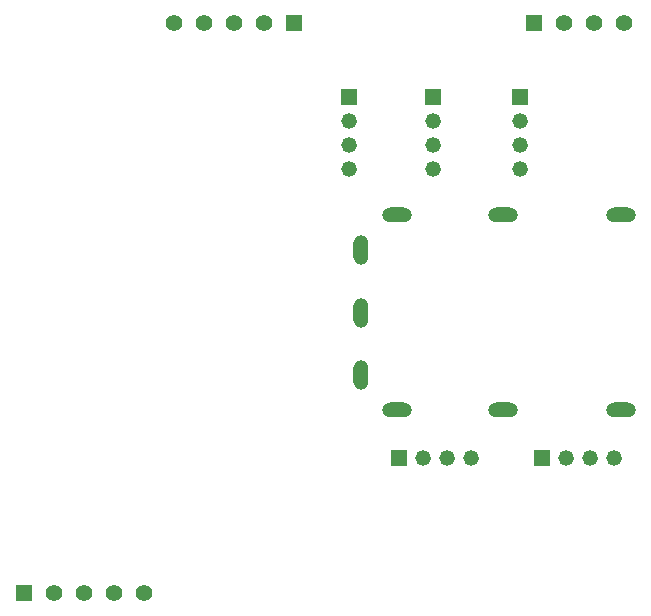
<source format=gbs>
G04 (created by PCBNEW (2013-05-16 BZR 4016)-stable) date 7/10/2013 01:08:46*
%MOIN*%
G04 Gerber Fmt 3.4, Leading zero omitted, Abs format*
%FSLAX34Y34*%
G01*
G70*
G90*
G04 APERTURE LIST*
%ADD10C,0.00590551*%
%ADD11R,0.055X0.055*%
%ADD12C,0.055*%
%ADD13O,0.05X0.1*%
%ADD14O,0.1X0.05*%
%ADD15C,0.052*%
%ADD16R,0.052X0.052*%
G04 APERTURE END LIST*
G54D10*
G54D11*
X90200Y-44800D03*
G54D12*
X89200Y-44800D03*
X88200Y-44800D03*
X87200Y-44800D03*
X86200Y-44800D03*
G54D11*
X98200Y-44800D03*
G54D12*
X99200Y-44800D03*
X100200Y-44800D03*
X101200Y-44800D03*
G54D11*
X81200Y-63800D03*
G54D12*
X82200Y-63800D03*
X83200Y-63800D03*
X84200Y-63800D03*
X85200Y-63800D03*
G54D13*
X92450Y-52380D03*
X92450Y-54450D03*
X92450Y-56520D03*
G54D14*
X93630Y-57700D03*
X97180Y-57700D03*
X101110Y-57700D03*
X93630Y-51200D03*
X97180Y-51200D03*
X101110Y-51200D03*
G54D15*
X92040Y-49660D03*
X92040Y-48860D03*
X92040Y-48060D03*
G54D16*
X92040Y-47260D03*
G54D15*
X100860Y-59310D03*
X100060Y-59310D03*
X99260Y-59310D03*
G54D16*
X98460Y-59310D03*
G54D15*
X97740Y-49660D03*
X97740Y-48860D03*
X97740Y-48060D03*
G54D16*
X97740Y-47260D03*
G54D15*
X96110Y-59310D03*
X95310Y-59310D03*
X94510Y-59310D03*
G54D16*
X93710Y-59310D03*
G54D15*
X94840Y-49660D03*
X94840Y-48860D03*
X94840Y-48060D03*
G54D16*
X94840Y-47260D03*
M02*

</source>
